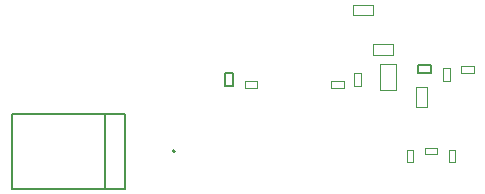
<source format=gbr>
G04*
G04 #@! TF.GenerationSoftware,Altium Limited,Altium Designer,24.9.1 (31)*
G04*
G04 Layer_Color=16711935*
%FSLAX25Y25*%
%MOIN*%
G70*
G04*
G04 #@! TF.SameCoordinates,21B9ACB0-0D47-4127-AC64-11D31CE697AE*
G04*
G04*
G04 #@! TF.FilePolarity,Positive*
G04*
G01*
G75*
%ADD12C,0.00787*%
%ADD13C,0.00394*%
%ADD49C,0.00500*%
D12*
X56102Y59055D02*
G03*
X56102Y59055I-394J0D01*
G01*
D13*
X124399Y88098D02*
X129911D01*
X124399Y79437D02*
X129911D01*
X124399D02*
Y88098D01*
X129911Y79437D02*
Y88098D01*
X122244Y91142D02*
X128937D01*
X122244Y94685D02*
X128937D01*
Y91142D02*
Y94685D01*
X122244Y91142D02*
Y94685D01*
X115819Y85008D02*
X117985D01*
X115819Y80874D02*
X117985D01*
Y85008D01*
X115819Y80874D02*
Y85008D01*
X145571Y82528D02*
X147736D01*
X145571Y86661D02*
X147736D01*
X145571Y82528D02*
Y86661D01*
X147736Y82528D02*
Y86661D01*
X79331Y82291D02*
X83465D01*
X79331Y80126D02*
X83465D01*
X79331D02*
Y82291D01*
X83465Y80126D02*
Y82291D01*
X136424Y73652D02*
Y80345D01*
X139967Y73652D02*
Y80345D01*
X136424Y73652D02*
X139967D01*
X136424Y80345D02*
X139967D01*
X151493Y87410D02*
X155627D01*
X151493Y85244D02*
X155627D01*
X151493D02*
Y87410D01*
X155627Y85244D02*
Y87410D01*
X139469Y60244D02*
X143602D01*
X139469Y58079D02*
X143602D01*
X139469D02*
Y60244D01*
X143602Y58079D02*
Y60244D01*
X149525Y55362D02*
Y59496D01*
X147359Y55362D02*
Y59496D01*
X149525D01*
X147359Y55362D02*
X149525D01*
X135531D02*
Y59496D01*
X133366Y55362D02*
Y59496D01*
X135531D01*
X133366Y55362D02*
X135531D01*
X115551Y104331D02*
X122244D01*
X115551Y107874D02*
X122244D01*
Y104331D02*
Y107874D01*
X115551Y104331D02*
Y107874D01*
X108169Y82291D02*
X112303D01*
X108169Y80126D02*
X112303D01*
X108169D02*
Y82291D01*
X112303Y80126D02*
Y82291D01*
D49*
X137073Y84949D02*
X141404D01*
X137073Y87705D02*
X141404D01*
Y84949D02*
Y87705D01*
X137073Y84949D02*
Y87705D01*
X72835Y80854D02*
X75590D01*
X72835Y85185D02*
X75590D01*
X72835Y80854D02*
Y85185D01*
X75590Y80854D02*
Y85185D01*
X39370Y46555D02*
Y71555D01*
X32874Y46555D02*
X39370D01*
X32874D02*
Y71555D01*
X39370D01*
X1890D02*
X32874D01*
X1890Y46555D02*
Y71555D01*
Y46555D02*
X32874D01*
M02*

</source>
